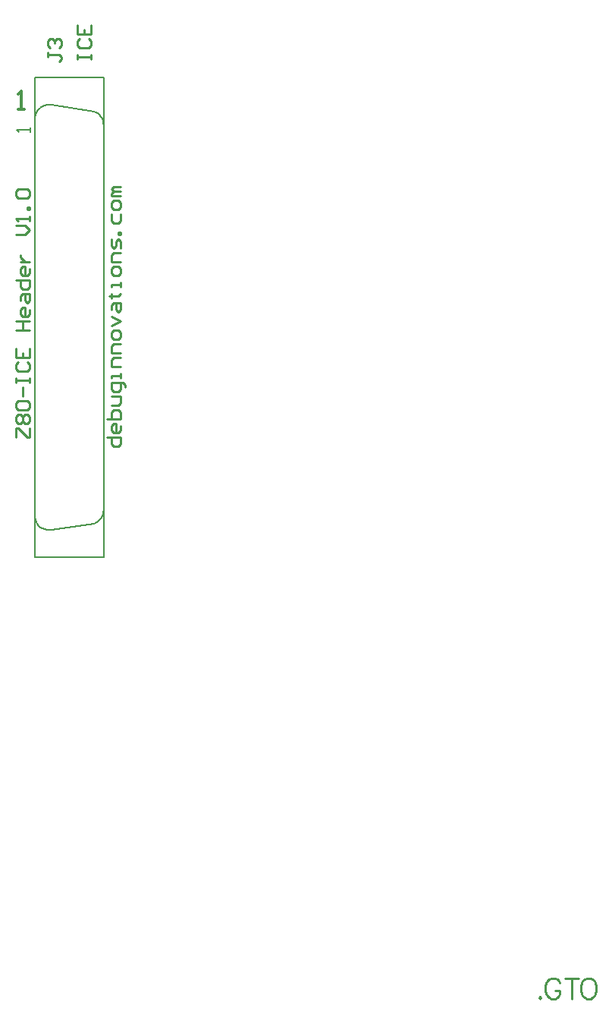
<source format=gto>
%FSLAX44Y44*%
%MOMM*%
G71*
G01*
G75*
%ADD10C,0.2000*%
%ADD11C,0.4000*%
%ADD12C,0.3300*%
%ADD13C,0.2540*%
%ADD14C,0.2286*%
%ADD15C,1.4500*%
%ADD16R,1.4500X1.4500*%
%ADD17C,1.5000*%
%ADD18R,1.5000X1.5000*%
%ADD19R,0.6000X0.5000*%
%ADD20C,1.0000*%
%ADD21C,0.3000*%
%ADD22C,0.7000*%
%ADD23C,0.1500*%
%ADD24C,0.3500*%
D10*
X2327136Y2383858D02*
X2324601Y2384015D01*
X2322073Y2383777D01*
X2319611Y2383151D01*
X2317277Y2382152D01*
X2315125Y2380802D01*
X2313208Y2379136D01*
X2311573Y2377193D01*
X2310258Y2375020D01*
X2309295Y2372670D01*
X2308708Y2370199D01*
X2308511Y2367667D01*
X2385511Y2361317D02*
X2385314Y2363836D01*
X2384727Y2366294D01*
X2383766Y2368631D01*
X2382453Y2370789D01*
X2380820Y2372718D01*
X2378907Y2374369D01*
X2376761Y2375702D01*
X2374434Y2376686D01*
Y1916848D02*
X2376761Y1917832D01*
X2378907Y1919165D01*
X2380820Y1920816D01*
X2382453Y1922745D01*
X2383766Y1924904D01*
X2384727Y1927240D01*
X2385314Y1929698D01*
X2385511Y1932217D01*
X2308511Y1925867D02*
X2308708Y1923335D01*
X2309295Y1920864D01*
X2310258Y1918514D01*
X2311573Y1916341D01*
X2313208Y1914398D01*
X2315125Y1912732D01*
X2317277Y1911382D01*
X2319611Y1910383D01*
X2322073Y1909756D01*
X2324601Y1909519D01*
X2327136Y1909676D01*
X2327136D02*
X2374434Y1916848D01*
X2327136Y2383858D02*
X2374434Y2376686D01*
X2385511Y1879317D02*
Y2414317D01*
X2308511D02*
X2385511D01*
X2308511Y1879317D02*
Y2414317D01*
Y1879317D02*
X2385511D01*
D13*
X2355981Y2434717D02*
Y2439795D01*
Y2437256D01*
X2371216D01*
Y2434717D01*
Y2439795D01*
X2358520Y2457570D02*
X2355981Y2455030D01*
Y2449952D01*
X2358520Y2447413D01*
X2368676D01*
X2371216Y2449952D01*
Y2455030D01*
X2368676Y2457570D01*
X2355981Y2472805D02*
Y2462648D01*
X2371216D01*
Y2472805D01*
X2363598Y2462648D02*
Y2467726D01*
X2322961Y2442334D02*
Y2437255D01*
Y2439794D01*
X2335656D01*
X2338196Y2437255D01*
Y2434716D01*
X2335656Y2432177D01*
X2325500Y2447412D02*
X2322961Y2449951D01*
Y2455030D01*
X2325500Y2457569D01*
X2328039D01*
X2330578Y2455030D01*
Y2452490D01*
Y2455030D01*
X2333117Y2457569D01*
X2335656D01*
X2338196Y2455030D01*
Y2449951D01*
X2335656Y2447412D01*
X2389001Y2013074D02*
X2404236D01*
Y2005456D01*
X2401696Y2002917D01*
X2396618D01*
X2394079Y2005456D01*
Y2013074D01*
X2404236Y2025770D02*
Y2020691D01*
X2401696Y2018152D01*
X2396618D01*
X2394079Y2020691D01*
Y2025770D01*
X2396618Y2028309D01*
X2399157D01*
Y2018152D01*
X2389001Y2033387D02*
X2404236D01*
Y2041005D01*
X2401696Y2043544D01*
X2399157D01*
X2396618D01*
X2394079Y2041005D01*
Y2033387D01*
Y2048622D02*
X2401696D01*
X2404236Y2051161D01*
Y2058779D01*
X2394079D01*
X2409314Y2068936D02*
Y2071475D01*
X2406775Y2074014D01*
X2394079D01*
Y2066396D01*
X2396618Y2063857D01*
X2401696D01*
X2404236Y2066396D01*
Y2074014D01*
Y2079092D02*
Y2084171D01*
Y2081631D01*
X2394079D01*
Y2079092D01*
X2404236Y2091788D02*
X2394079D01*
Y2099406D01*
X2396618Y2101945D01*
X2404236D01*
Y2107023D02*
X2394079D01*
Y2114641D01*
X2396618Y2117180D01*
X2404236D01*
Y2124798D02*
Y2129876D01*
X2401696Y2132415D01*
X2396618D01*
X2394079Y2129876D01*
Y2124798D01*
X2396618Y2122258D01*
X2401696D01*
X2404236Y2124798D01*
X2394079Y2137493D02*
X2404236Y2142572D01*
X2394079Y2147650D01*
Y2155268D02*
Y2160346D01*
X2396618Y2162885D01*
X2404236D01*
Y2155268D01*
X2401696Y2152728D01*
X2399157Y2155268D01*
Y2162885D01*
X2391540Y2170503D02*
X2394079D01*
Y2167964D01*
Y2173042D01*
Y2170503D01*
X2401696D01*
X2404236Y2173042D01*
Y2180659D02*
Y2185738D01*
Y2183199D01*
X2394079D01*
Y2180659D01*
X2404236Y2195895D02*
Y2200973D01*
X2401696Y2203512D01*
X2396618D01*
X2394079Y2200973D01*
Y2195895D01*
X2396618Y2193355D01*
X2401696D01*
X2404236Y2195895D01*
Y2208591D02*
X2394079D01*
Y2216208D01*
X2396618Y2218747D01*
X2404236D01*
Y2223826D02*
Y2231443D01*
X2401696Y2233982D01*
X2399157Y2231443D01*
Y2226365D01*
X2396618Y2223826D01*
X2394079Y2226365D01*
Y2233982D01*
X2404236Y2239061D02*
X2401696D01*
Y2241600D01*
X2404236D01*
Y2239061D01*
X2394079Y2261913D02*
Y2254296D01*
X2396618Y2251756D01*
X2401696D01*
X2404236Y2254296D01*
Y2261913D01*
Y2269531D02*
Y2274609D01*
X2401696Y2277148D01*
X2396618D01*
X2394079Y2274609D01*
Y2269531D01*
X2396618Y2266992D01*
X2401696D01*
X2404236Y2269531D01*
Y2282227D02*
X2394079D01*
Y2284766D01*
X2396618Y2287305D01*
X2404236D01*
X2396618D01*
X2394079Y2289844D01*
X2396618Y2292383D01*
X2404236D01*
X2287401Y2013077D02*
Y2023234D01*
X2289940D01*
X2300096Y2013077D01*
X2302636D01*
Y2023234D01*
X2289940Y2028312D02*
X2287401Y2030851D01*
Y2035930D01*
X2289940Y2038469D01*
X2292479D01*
X2295018Y2035930D01*
X2297557Y2038469D01*
X2300096D01*
X2302636Y2035930D01*
Y2030851D01*
X2300096Y2028312D01*
X2297557D01*
X2295018Y2030851D01*
X2292479Y2028312D01*
X2289940D01*
X2295018Y2030851D02*
Y2035930D01*
X2289940Y2043547D02*
X2287401Y2046086D01*
Y2051165D01*
X2289940Y2053704D01*
X2300096D01*
X2302636Y2051165D01*
Y2046086D01*
X2300096Y2043547D01*
X2289940D01*
X2295018Y2058782D02*
Y2068939D01*
X2287401Y2074017D02*
Y2079096D01*
Y2076557D01*
X2302636D01*
Y2074017D01*
Y2079096D01*
X2289940Y2096870D02*
X2287401Y2094331D01*
Y2089252D01*
X2289940Y2086713D01*
X2300096D01*
X2302636Y2089252D01*
Y2094331D01*
X2300096Y2096870D01*
X2287401Y2112105D02*
Y2101948D01*
X2302636D01*
Y2112105D01*
X2295018Y2101948D02*
Y2107027D01*
X2287401Y2132418D02*
X2302636D01*
X2295018D01*
Y2142575D01*
X2287401D01*
X2302636D01*
Y2155271D02*
Y2150193D01*
X2300096Y2147654D01*
X2295018D01*
X2292479Y2150193D01*
Y2155271D01*
X2295018Y2157810D01*
X2297557D01*
Y2147654D01*
X2292479Y2165428D02*
Y2170506D01*
X2295018Y2173045D01*
X2302636D01*
Y2165428D01*
X2300096Y2162888D01*
X2297557Y2165428D01*
Y2173045D01*
X2287401Y2188280D02*
X2302636D01*
Y2180663D01*
X2300096Y2178124D01*
X2295018D01*
X2292479Y2180663D01*
Y2188280D01*
X2302636Y2200976D02*
Y2195898D01*
X2300096Y2193359D01*
X2295018D01*
X2292479Y2195898D01*
Y2200976D01*
X2295018Y2203515D01*
X2297557D01*
Y2193359D01*
X2292479Y2208594D02*
X2302636D01*
X2297557D01*
X2295018Y2211133D01*
X2292479Y2213672D01*
Y2216211D01*
X2287401Y2239064D02*
X2297557D01*
X2302636Y2244142D01*
X2297557Y2249221D01*
X2287401D01*
X2302636Y2254299D02*
Y2259377D01*
Y2256838D01*
X2287401D01*
X2289940Y2254299D01*
X2302636Y2266995D02*
X2300096D01*
Y2269534D01*
X2302636D01*
Y2266995D01*
X2289940Y2279691D02*
X2287401Y2282230D01*
Y2287308D01*
X2289940Y2289848D01*
X2300096D01*
X2302636Y2287308D01*
Y2282230D01*
X2300096Y2279691D01*
X2289940D01*
D14*
X2872684Y1389144D02*
X2871596Y1388055D01*
X2872684Y1386967D01*
X2873772Y1388055D01*
X2872684Y1389144D01*
X2895104Y1404380D02*
X2894016Y1406557D01*
X2891839Y1408734D01*
X2889662Y1409822D01*
X2885309D01*
X2883132Y1408734D01*
X2880956Y1406557D01*
X2879867Y1404380D01*
X2878779Y1401115D01*
Y1395674D01*
X2879867Y1392409D01*
X2880956Y1390232D01*
X2883132Y1388055D01*
X2885309Y1386967D01*
X2889662D01*
X2891839Y1388055D01*
X2894016Y1390232D01*
X2895104Y1392409D01*
Y1395674D01*
X2889662D02*
X2895104D01*
X2907946Y1409822D02*
Y1386967D01*
X2900328Y1409822D02*
X2915565D01*
X2924815D02*
X2922639Y1408734D01*
X2920462Y1406557D01*
X2919374Y1404380D01*
X2918286Y1401115D01*
Y1395674D01*
X2919374Y1392409D01*
X2920462Y1390232D01*
X2922639Y1388055D01*
X2924815Y1386967D01*
X2929169D01*
X2931346Y1388055D01*
X2933522Y1390232D01*
X2934611Y1392409D01*
X2935699Y1395674D01*
Y1401115D01*
X2934611Y1404380D01*
X2933522Y1406557D01*
X2931346Y1408734D01*
X2929169Y1409822D01*
X2924815D01*
D23*
X2303511Y2353817D02*
Y2358815D01*
Y2356316D01*
X2288516D01*
X2291015Y2353817D01*
D24*
X2289936Y2378837D02*
X2296600D01*
X2293268D01*
Y2398831D01*
X2289936Y2395498D01*
M02*

</source>
